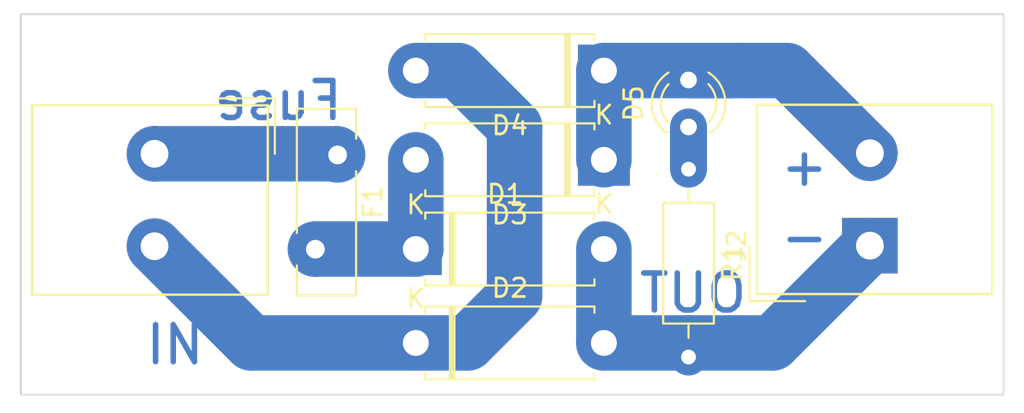
<source format=kicad_pcb>
(kicad_pcb (version 20221018) (generator pcbnew)
  (layers (0 "F.Cu" signal) (31 "B.Cu" signal) (34 "B.Paste" user) (35 "F.Paste" user) (36 "B.SilkS" user "B.Silkscreen") (37 "F.SilkS" user "F.Silkscreen") (38 "B.Mask" user) (39 "F.Mask" user) (44 "Edge.Cuts" user))
  (net 0 "")
  (net 1 "Net-(D1-K)")
  (net 2 "GND")
  (net 3 "Net-(D2-K)")
  (net 4 "Net-(D3-K)")
  (net 5 "Net-(D5-K)")
  (net 6 "Net-(J1-Pin_1)")
  (footprint "Diode_THT:D_5W_P10.16mm_Horizontal" (layer "F.Cu") (at 164.084 68.834 180)
    (fp_text reference "D3" (at 5.08 -2.97) (layer "F.SilkS"))
    (fp_text value "D")
    (fp_text user "K" (at 0 -2.4) (layer "F.SilkS"))
    (fp_line (start 0.51 -1.97) (end 9.65 -1.97) (stroke (width 0.12)) (layer "F.SilkS"))
    (fp_line (start 0.51 -1.64) (end 0.51 -1.97) (stroke (width 0.12)) (layer "F.SilkS"))
    (fp_line (start 0.51 1.64) (end 0.51 1.97) (stroke (width 0.12)) (layer "F.SilkS"))
    (fp_line (start 0.51 1.97) (end 9.65 1.97) (stroke (width 0.12)) (layer "F.SilkS"))
    (fp_line (start 1.845 -1.97) (end 1.845 1.97) (stroke (width 0.12)) (layer "F.SilkS"))
    (fp_line (start 1.965 -1.97) (end 1.965 1.97) (stroke (width 0.12)) (layer "F.SilkS"))
    (fp_line (start 2.085 -1.97) (end 2.085 1.97) (stroke (width 0.12)) (layer "F.SilkS"))
    (fp_line (start 9.65 -1.97) (end 9.65 -1.64) (stroke (width 0.12)) (layer "F.SilkS"))
    (fp_line (start 9.65 1.97) (end 9.65 1.64) (stroke (width 0.12)) (layer "F.SilkS"))
    (pad "1" thru_hole rect (at 0 0 180) (size 2.8 2.8) (drill 1.4) (layers "*.Cu" "*.Mask") (net 4 "Net-(D3-K)"))
    (pad "2" thru_hole oval (at 10.16 0 180) (size 2.8 2.8) (drill 1.4) (layers "*.Cu" "*.Mask") (net 1 "Net-(D1-K)"))
  )
  (footprint "Diode_THT:D_5W_P10.16mm_Horizontal" (layer "F.Cu") (at 153.924 73.66)
    (fp_text reference "D1" (at 4.826 -2.97) (layer "F.SilkS"))
    (fp_text value "D")
    (fp_text user "K" (at 0 -2.4) (layer "F.SilkS"))
    (fp_line (start 0.51 -1.97) (end 9.65 -1.97) (stroke (width 0.12)) (layer "F.SilkS"))
    (fp_line (start 0.51 -1.64) (end 0.51 -1.97) (stroke (width 0.12)) (layer "F.SilkS"))
    (fp_line (start 0.51 1.64) (end 0.51 1.97) (stroke (width 0.12)) (layer "F.SilkS"))
    (fp_line (start 0.51 1.97) (end 9.65 1.97) (stroke (width 0.12)) (layer "F.SilkS"))
    (fp_line (start 1.845 -1.97) (end 1.845 1.97) (stroke (width 0.12)) (layer "F.SilkS"))
    (fp_line (start 1.965 -1.97) (end 1.965 1.97) (stroke (width 0.12)) (layer "F.SilkS"))
    (fp_line (start 2.085 -1.97) (end 2.085 1.97) (stroke (width 0.12)) (layer "F.SilkS"))
    (fp_line (start 9.65 -1.97) (end 9.65 -1.64) (stroke (width 0.12)) (layer "F.SilkS"))
    (fp_line (start 9.65 1.97) (end 9.65 1.64) (stroke (width 0.12)) (layer "F.SilkS"))
    (pad "1" thru_hole rect (at 0 0) (size 2.8 2.8) (drill 1.4) (layers "*.Cu" "*.Mask") (net 1 "Net-(D1-K)"))
    (pad "2" thru_hole oval (at 10.16 0) (size 2.8 2.8) (drill 1.4) (layers "*.Cu" "*.Mask") (net 2 "GND"))
  )
  (footprint "TerminalBlock_Altech:Altech_AK300_1x02_P5.00mm_45-Degree" (layer "F.Cu") (at 178.4545 73.4775 90)
    (fp_text reference "J2" (at 0 -7.2 90) (layer "F.SilkS"))
    (fp_text value "Conn_01x02_Pin")
    (fp_line (start -3 -6.5) (end 0 -6.5) (stroke (width 0.12)) (layer "F.SilkS"))
    (fp_line (start -3 -3.5) (end -3 -6.5) (stroke (width 0.12)) (layer "F.SilkS"))
    (fp_line (start -2.62 -6.12) (end -2.62 6.62) (stroke (width 0.12)) (layer "F.SilkS"))
    (fp_line (start -2.62 -6.12) (end -2.62 6.62) (stroke (width 0.12)) (layer "F.SilkS"))
    (fp_line (start -2.62 -6.12) (end 7.62 -6.12) (stroke (width 0.12)) (layer "F.SilkS"))
    (fp_line (start -2.62 -6.12) (end 7.62 -6.12) (stroke (width 0.12)) (layer "F.SilkS"))
    (fp_line (start -2.62 6.62) (end 7.62 6.62) (stroke (width 0.12)) (layer "F.SilkS"))
    (fp_line (start -2.62 6.62) (end 7.62 6.62) (stroke (width 0.12)) (layer "F.SilkS"))
    (fp_line (start 7.62 -6.12) (end 7.62 6.62) (stroke (width 0.12)) (layer "F.SilkS"))
    (fp_line (start 7.62 -6.12) (end 7.62 6.62) (stroke (width 0.12)) (layer "F.SilkS"))
    (pad "1" thru_hole rect (at 0 0 90) (size 3 3) (drill 1.5) (layers "*.Cu" "*.Mask") (net 2 "GND"))
    (pad "2" thru_hole circle (at 5 0 90) (size 3 3) (drill 1.5) (layers "*.Cu" "*.Mask") (net 4 "Net-(D3-K)"))
  )
  (footprint "TerminalBlock_Altech:Altech_AK300_1x02_P5.00mm_45-Degree" (layer "F.Cu") (at 139.8075 68.5085 -90)
    (fp_text reference "J1" hide)
    (fp_text value "Conn_01x02_Pin")
    (fp_line (start -3 -6.5) (end 0 -6.5) (stroke (width 0.12)) (layer "F.SilkS"))
    (fp_line (start -3 -3.5) (end -3 -6.5) (stroke (width 0.12)) (layer "F.SilkS"))
    (fp_line (start -2.62 -6.12) (end -2.62 6.62) (stroke (width 0.12)) (layer "F.SilkS"))
    (fp_line (start -2.62 -6.12) (end -2.62 6.62) (stroke (width 0.12)) (layer "F.SilkS"))
    (fp_line (start -2.62 -6.12) (end 7.62 -6.12) (stroke (width 0.12)) (layer "F.SilkS"))
    (fp_line (start -2.62 -6.12) (end 7.62 -6.12) (stroke (width 0.12)) (layer "F.SilkS"))
    (fp_line (start -2.62 6.62) (end 7.62 6.62) (stroke (width 0.12)) (layer "F.SilkS"))
    (fp_line (start -2.62 6.62) (end 7.62 6.62) (stroke (width 0.12)) (layer "F.SilkS"))
    (fp_line (start 7.62 -6.12) (end 7.62 6.62) (stroke (width 0.12)) (layer "F.SilkS"))
    (fp_line (start 7.62 -6.12) (end 7.62 6.62) (stroke (width 0.12)) (layer "F.SilkS"))
    (pad "1" thru_hole circle (at 0 0 270) (size 3 3) (drill 1.5) (layers "*.Cu" "*.Mask") (net 6 "Net-(J1-Pin_1)"))
    (pad "2" thru_hole circle (at 5 0 270) (size 3 3) (drill 1.5) (layers "*.Cu" "*.Mask") (net 3 "Net-(D2-K)"))
  )
  (footprint "Fuse:Fuse_Bourns_MF-RG400" (layer "F.Cu") (at 149.698 68.57 -90)
    (fp_text reference "F1" (at 2.55 -1.9 90) (layer "F.SilkS"))
    (fp_text value "Fuse")
    (fp_line (start -2.501 -1) (end -2.501 2.2) (stroke (width 0.12)) (layer "F.SilkS"))
    (fp_line (start -2.501 -1) (end -0.879 -1) (stroke (width 0.12)) (layer "F.SilkS"))
    (fp_line (start -2.501 2.2) (end 4.222 2.2) (stroke (width 0.12)) (layer "F.SilkS"))
    (fp_line (start 0.879 -1) (end 7.6 -1) (stroke (width 0.12)) (layer "F.SilkS"))
    (fp_line (start 5.979 2.2) (end 7.6 2.2) (stroke (width 0.12)) (layer "F.SilkS"))
    (fp_line (start 7.6 -1) (end 7.6 2.2) (stroke (width 0.12)) (layer "F.SilkS"))
    (pad "1" thru_hole circle (at 0 0 270) (size 2.01 2.01) (drill 1.01) (layers "*.Cu" "*.Mask") (net 6 "Net-(J1-Pin_1)"))
    (pad "2" thru_hole circle (at 5.1 1.2 270) (size 2.01 2.01) (drill 1.01) (layers "*.Cu" "*.Mask") (net 1 "Net-(D1-K)"))
  )
  (footprint "LED_THT:LED_D3.0mm" (layer "F.Cu") (at 168.656 67.056 90)
    (fp_text reference "D5" (at 1.27 -2.96 90) (layer "F.SilkS"))
    (fp_text value "LED")
    (fp_line (start -0.29 -1.236) (end -0.29 -1.08) (stroke (width 0.12)) (layer "F.SilkS"))
    (fp_line (start -0.29 1.08) (end -0.29 1.236) (stroke (width 0.12)) (layer "F.SilkS"))
    (fp_arc (start -0.29 -1.235516) (mid 1.366487 -1.987659) (end 2.942335 -1.078608) (stroke (width 0.12)) (layer "F.SilkS"))
    (fp_arc (start 0.229039 -1.08) (mid 1.270117 -1.5) (end 2.31113 -1.079837) (stroke (width 0.12)) (layer "F.SilkS"))
    (fp_arc (start 2.31113 1.079837) (mid 1.270117 1.5) (end 0.229039 1.08) (stroke (width 0.12)) (layer "F.SilkS"))
    (fp_arc (start 2.942335 1.078608) (mid 1.366487 1.987659) (end -0.29 1.235516) (stroke (width 0.12)) (layer "F.SilkS"))
    (pad "1" thru_hole circle (at 0 0 90) (size 1.8 1.8) (drill 0.9) (layers "*.Cu" "*.Mask") (net 5 "Net-(D5-K)"))
    (pad "2" thru_hole circle (at 2.54 0 90) (size 1.8 1.8) (drill 0.9) (layers "*.Cu" "*.Mask") (net 4 "Net-(D3-K)"))
  )
  (footprint "Diode_THT:D_5W_P10.16mm_Horizontal" (layer "F.Cu") (at 164.084 64.008 180)
    (fp_text reference "D4" (at 5.08 -2.97) (layer "F.SilkS"))
    (fp_text value "D")
    (fp_text user "K" (at 0 -2.4) (layer "F.SilkS"))
    (fp_line (start 0.51 -1.97) (end 9.65 -1.97) (stroke (width 0.12)) (layer "F.SilkS"))
    (fp_line (start 0.51 -1.64) (end 0.51 -1.97) (stroke (width 0.12)) (layer "F.SilkS"))
    (fp_line (start 0.51 1.64) (end 0.51 1.97) (stroke (width 0.12)) (layer "F.SilkS"))
    (fp_line (start 0.51 1.97) (end 9.65 1.97) (stroke (width 0.12)) (layer "F.SilkS"))
    (fp_line (start 1.845 -1.97) (end 1.845 1.97) (stroke (width 0.12)) (layer "F.SilkS"))
    (fp_line (start 1.965 -1.97) (end 1.965 1.97) (stroke (width 0.12)) (layer "F.SilkS"))
    (fp_line (start 2.085 -1.97) (end 2.085 1.97) (stroke (width 0.12)) (layer "F.SilkS"))
    (fp_line (start 9.65 -1.97) (end 9.65 -1.64) (stroke (width 0.12)) (layer "F.SilkS"))
    (fp_line (start 9.65 1.97) (end 9.65 1.64) (stroke (width 0.12)) (layer "F.SilkS"))
    (pad "1" thru_hole rect (at 0 0 180) (size 2.8 2.8) (drill 1.4) (layers "*.Cu" "*.Mask") (net 4 "Net-(D3-K)"))
    (pad "2" thru_hole oval (at 10.16 0 180) (size 2.8 2.8) (drill 1.4) (layers "*.Cu" "*.Mask") (net 3 "Net-(D2-K)"))
  )
  (footprint "Diode_THT:D_5W_P10.16mm_Horizontal" (layer "F.Cu") (at 153.924 78.74)
    (fp_text reference "D2" (at 5.08 -2.97) (layer "F.SilkS"))
    (fp_text value "D")
    (fp_text user "K" (at 0 -2.4) (layer "F.SilkS"))
    (fp_line (start 0.51 -1.97) (end 9.65 -1.97) (stroke (width 0.12)) (layer "F.SilkS"))
    (fp_line (start 0.51 -1.64) (end 0.51 -1.97) (stroke (width 0.12)) (layer "F.SilkS"))
    (fp_line (start 0.51 1.64) (end 0.51 1.97) (stroke (width 0.12)) (layer "F.SilkS"))
    (fp_line (start 0.51 1.97) (end 9.65 1.97) (stroke (width 0.12)) (layer "F.SilkS"))
    (fp_line (start 1.845 -1.97) (end 1.845 1.97) (stroke (width 0.12)) (layer "F.SilkS"))
    (fp_line (start 1.965 -1.97) (end 1.965 1.97) (stroke (width 0.12)) (layer "F.SilkS"))
    (fp_line (start 2.085 -1.97) (end 2.085 1.97) (stroke (width 0.12)) (layer "F.SilkS"))
    (fp_line (start 9.65 -1.97) (end 9.65 -1.64) (stroke (width 0.12)) (layer "F.SilkS"))
    (fp_line (start 9.65 1.97) (end 9.65 1.64) (stroke (width 0.12)) (layer "F.SilkS"))
    (pad "1" thru_hole rect (at 0 0) (size 2.8 2.8) (drill 1.4) (layers "*.Cu" "*.Mask") (net 3 "Net-(D2-K)"))
    (pad "2" thru_hole oval (at 10.16 0) (size 2.8 2.8) (drill 1.4) (layers "*.Cu" "*.Mask") (net 2 "GND"))
  )
  (footprint "Resistor_THT:R_Axial_DIN0207_L6.3mm_D2.5mm_P10.16mm_Horizontal" (layer "F.Cu") (at 168.656 69.342 -90)
    (fp_text reference "R1" (at 5.08 -2.37 -90) (layer "F.SilkS"))
    (fp_text value "R")
    (fp_line (start 1.04 0) (end 1.81 0) (stroke (width 0.12)) (layer "F.SilkS"))
    (fp_line (start 1.81 -1.37) (end 1.81 1.37) (stroke (width 0.12)) (layer "F.SilkS"))
    (fp_line (start 1.81 1.37) (end 8.35 1.37) (stroke (width 0.12)) (layer "F.SilkS"))
    (fp_line (start 8.35 -1.37) (end 1.81 -1.37) (stroke (width 0.12)) (layer "F.SilkS"))
    (fp_line (start 8.35 1.37) (end 8.35 -1.37) (stroke (width 0.12)) (layer "F.SilkS"))
    (fp_line (start 9.12 0) (end 8.35 0) (stroke (width 0.12)) (layer "F.SilkS"))
    (pad "1" thru_hole circle (at 0 0 270) (size 1.6 1.6) (drill 0.8) (layers "*.Cu" "*.Mask") (net 5 "Net-(D5-K)"))
    (pad "2" thru_hole oval (at 10.16 0 270) (size 1.6 1.6) (drill 0.8) (layers "*.Cu" "*.Mask") (net 2 "GND"))
  )
  (gr_rect (start 132.588 60.96) (end 185.674 81.534) (stroke (width 0.1)) (fill none) (layer "Edge.Cuts"))
  (gr_text "OUT" (at 171.958 77.216) (layer "B.Cu") (effects (font (size 2 2) (thickness 0.3) bold) (justify left bottom mirror)))
  (gr_text "IN" (at 139.192 80.01) (layer "B.Cu") (effects (font (size 2 2) (thickness 0.3) bold) (justify left bottom)))
  (gr_text "Fuse" (at 150.114 66.802) (layer "B.Cu") (effects (font (size 2 2) (thickness 0.3) bold) (justify left bottom mirror)))
  (gr_text "-" (at 173.482 74.168) (layer "B.Cu") (effects (font (size 2 2) (thickness 0.3) bold) (justify left bottom)))
  (gr_text "+" (at 173.482 70.358) (layer "B.Cu") (effects (font (size 2 2) (thickness 0.3) bold) (justify left bottom)))
  (segment (start 153.924 68.834) (end 153.924 73.66) (width 3) (layer "B.Cu") (net 1))
  (segment (start 148.508 73.66) (end 148.498 73.67) (width 3) (layer "B.Cu") (net 1))
  (segment (start 153.924 73.66) (end 148.508 73.66) (width 3) (layer "B.Cu") (net 1))
  (segment (start 168.656 79.502) (end 168.656 78.74) (width 2) (layer "B.Cu") (net 2))
  (segment (start 164.084 73.66) (end 164.084 78.74) (width 3) (layer "B.Cu") (net 2))
  (segment (start 173.192 78.74) (end 178.4545 73.4775) (width 3) (layer "B.Cu") (net 2))
  (segment (start 164.084 78.74) (end 168.656 78.74) (width 3) (layer "B.Cu") (net 2))
  (segment (start 168.656 78.74) (end 173.192 78.74) (width 3) (layer "B.Cu") (net 2))
  (segment (start 159.258 76.2) (end 159.258 67.056) (width 3) (layer "B.Cu") (net 3))
  (segment (start 145.039 78.74) (end 139.8075 73.5085) (width 3) (layer "B.Cu") (net 3))
  (segment (start 156.21 64.008) (end 153.924 64.008) (width 3) (layer "B.Cu") (net 3))
  (segment (start 156.718 78.74) (end 159.258 76.2) (width 3) (layer "B.Cu") (net 3))
  (segment (start 159.258 67.056) (end 156.21 64.008) (width 3) (layer "B.Cu") (net 3))
  (segment (start 153.924 78.74) (end 156.718 78.74) (width 3) (layer "B.Cu") (net 3))
  (segment (start 153.924 78.74) (end 145.039 78.74) (width 3) (layer "B.Cu") (net 3))
  (segment (start 170.942 64.516) (end 171.45 64.008) (width 2) (layer "B.Cu") (net 4))
  (segment (start 164.084 68.834) (end 164.084 64.008) (width 3) (layer "B.Cu") (net 4))
  (segment (start 168.656 64.516) (end 170.942 64.516) (width 2) (layer "B.Cu") (net 4))
  (segment (start 164.084 64.008) (end 171.45 64.008) (width 3) (layer "B.Cu") (net 4))
  (segment (start 173.985 64.008) (end 178.4545 68.4775) (width 3) (layer "B.Cu") (net 4))
  (segment (start 171.45 64.008) (end 173.985 64.008) (width 3) (layer "B.Cu") (net 4))
  (segment (start 168.656 67.056) (end 168.656 69.342) (width 2) (layer "B.Cu") (net 5))
  (segment (start 139.8075 68.5085) (end 149.6365 68.5085) (width 3) (layer "B.Cu") (net 6))
  (segment (start 149.6365 68.5085) (end 149.698 68.57) (width 3) (layer "B.Cu") (net 6))
)
</source>
